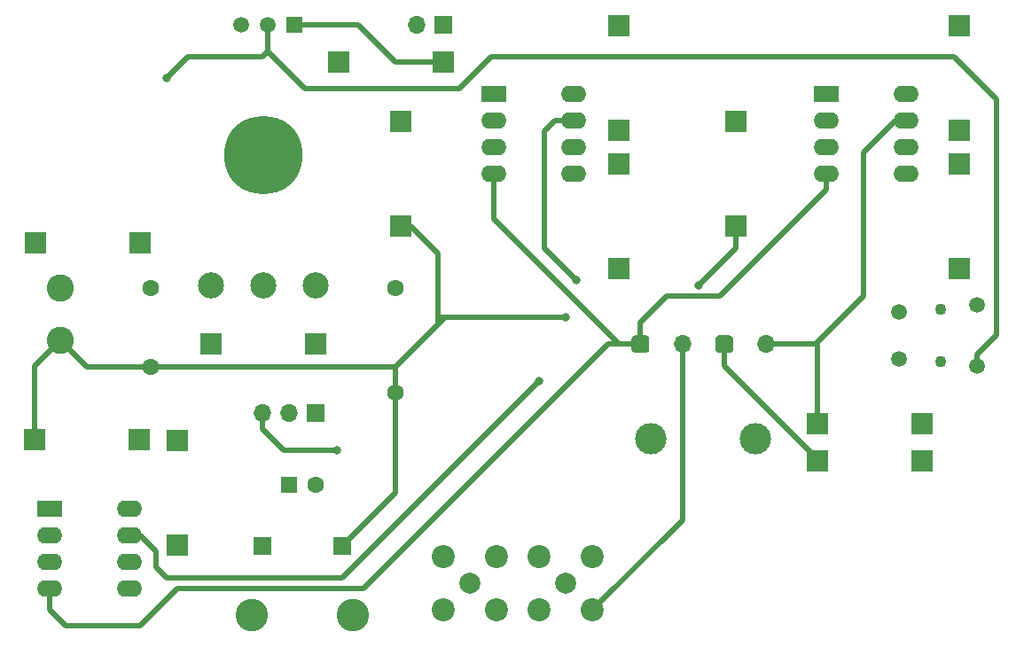
<source format=gbl>
G04 #@! TF.GenerationSoftware,KiCad,Pcbnew,5.1.4*
G04 #@! TF.CreationDate,2019-12-30T21:19:54-05:00*
G04 #@! TF.ProjectId,chua,63687561-2e6b-4696-9361-645f70636258,rev?*
G04 #@! TF.SameCoordinates,Original*
G04 #@! TF.FileFunction,Copper,L2,Bot*
G04 #@! TF.FilePolarity,Positive*
%FSLAX46Y46*%
G04 Gerber Fmt 4.6, Leading zero omitted, Abs format (unit mm)*
G04 Created by KiCad (PCBNEW 5.1.4) date 2019-12-30 21:19:54*
%MOMM*%
%LPD*%
G04 APERTURE LIST*
%ADD10C,1.600000*%
%ADD11C,1.500000*%
%ADD12C,1.100000*%
%ADD13C,3.000000*%
%ADD14O,1.700000X1.700000*%
%ADD15C,0.100000*%
%ADD16C,1.700000*%
%ADD17R,1.700000X1.700000*%
%ADD18C,7.500000*%
%ADD19C,2.500000*%
%ADD20C,2.600000*%
%ADD21R,1.998980X1.998980*%
%ADD22O,2.400000X1.600000*%
%ADD23R,2.400000X1.600000*%
%ADD24R,1.600000X1.600000*%
%ADD25C,2.200000*%
%ADD26C,2.000000*%
%ADD27R,1.520000X1.520000*%
%ADD28C,1.520000*%
%ADD29C,3.100000*%
%ADD30C,0.800000*%
%ADD31C,0.500000*%
%ADD32C,0.250000*%
G04 APERTURE END LIST*
D10*
X166624000Y-57658000D03*
X166624000Y-67658000D03*
D11*
X214672000Y-59926000D03*
X222172000Y-65076000D03*
X222172000Y-59276000D03*
X214672000Y-64426000D03*
D12*
X218672000Y-64676000D03*
X218672000Y-59676000D03*
D13*
X200992000Y-71992000D03*
X190992000Y-71992000D03*
D14*
X201992000Y-62992000D03*
D15*
G36*
X198458657Y-62144046D02*
G01*
X198499913Y-62150166D01*
X198540371Y-62160300D01*
X198579640Y-62174351D01*
X198617344Y-62192183D01*
X198653117Y-62213625D01*
X198686617Y-62238471D01*
X198717520Y-62266480D01*
X198745529Y-62297383D01*
X198770375Y-62330883D01*
X198791817Y-62366656D01*
X198809649Y-62404360D01*
X198823700Y-62443629D01*
X198833834Y-62484087D01*
X198839954Y-62525343D01*
X198842000Y-62567000D01*
X198842000Y-63417000D01*
X198839954Y-63458657D01*
X198833834Y-63499913D01*
X198823700Y-63540371D01*
X198809649Y-63579640D01*
X198791817Y-63617344D01*
X198770375Y-63653117D01*
X198745529Y-63686617D01*
X198717520Y-63717520D01*
X198686617Y-63745529D01*
X198653117Y-63770375D01*
X198617344Y-63791817D01*
X198579640Y-63809649D01*
X198540371Y-63823700D01*
X198499913Y-63833834D01*
X198458657Y-63839954D01*
X198417000Y-63842000D01*
X197567000Y-63842000D01*
X197525343Y-63839954D01*
X197484087Y-63833834D01*
X197443629Y-63823700D01*
X197404360Y-63809649D01*
X197366656Y-63791817D01*
X197330883Y-63770375D01*
X197297383Y-63745529D01*
X197266480Y-63717520D01*
X197238471Y-63686617D01*
X197213625Y-63653117D01*
X197192183Y-63617344D01*
X197174351Y-63579640D01*
X197160300Y-63540371D01*
X197150166Y-63499913D01*
X197144046Y-63458657D01*
X197142000Y-63417000D01*
X197142000Y-62567000D01*
X197144046Y-62525343D01*
X197150166Y-62484087D01*
X197160300Y-62443629D01*
X197174351Y-62404360D01*
X197192183Y-62366656D01*
X197213625Y-62330883D01*
X197238471Y-62297383D01*
X197266480Y-62266480D01*
X197297383Y-62238471D01*
X197330883Y-62213625D01*
X197366656Y-62192183D01*
X197404360Y-62174351D01*
X197443629Y-62160300D01*
X197484087Y-62150166D01*
X197525343Y-62144046D01*
X197567000Y-62142000D01*
X198417000Y-62142000D01*
X198458657Y-62144046D01*
X198458657Y-62144046D01*
G37*
D16*
X197992000Y-62992000D03*
D14*
X193992000Y-62992000D03*
D15*
G36*
X190458657Y-62144046D02*
G01*
X190499913Y-62150166D01*
X190540371Y-62160300D01*
X190579640Y-62174351D01*
X190617344Y-62192183D01*
X190653117Y-62213625D01*
X190686617Y-62238471D01*
X190717520Y-62266480D01*
X190745529Y-62297383D01*
X190770375Y-62330883D01*
X190791817Y-62366656D01*
X190809649Y-62404360D01*
X190823700Y-62443629D01*
X190833834Y-62484087D01*
X190839954Y-62525343D01*
X190842000Y-62567000D01*
X190842000Y-63417000D01*
X190839954Y-63458657D01*
X190833834Y-63499913D01*
X190823700Y-63540371D01*
X190809649Y-63579640D01*
X190791817Y-63617344D01*
X190770375Y-63653117D01*
X190745529Y-63686617D01*
X190717520Y-63717520D01*
X190686617Y-63745529D01*
X190653117Y-63770375D01*
X190617344Y-63791817D01*
X190579640Y-63809649D01*
X190540371Y-63823700D01*
X190499913Y-63833834D01*
X190458657Y-63839954D01*
X190417000Y-63842000D01*
X189567000Y-63842000D01*
X189525343Y-63839954D01*
X189484087Y-63833834D01*
X189443629Y-63823700D01*
X189404360Y-63809649D01*
X189366656Y-63791817D01*
X189330883Y-63770375D01*
X189297383Y-63745529D01*
X189266480Y-63717520D01*
X189238471Y-63686617D01*
X189213625Y-63653117D01*
X189192183Y-63617344D01*
X189174351Y-63579640D01*
X189160300Y-63540371D01*
X189150166Y-63499913D01*
X189144046Y-63458657D01*
X189142000Y-63417000D01*
X189142000Y-62567000D01*
X189144046Y-62525343D01*
X189150166Y-62484087D01*
X189160300Y-62443629D01*
X189174351Y-62404360D01*
X189192183Y-62366656D01*
X189213625Y-62330883D01*
X189238471Y-62297383D01*
X189266480Y-62266480D01*
X189297383Y-62238471D01*
X189330883Y-62213625D01*
X189366656Y-62192183D01*
X189404360Y-62174351D01*
X189443629Y-62160300D01*
X189484087Y-62150166D01*
X189525343Y-62144046D01*
X189567000Y-62142000D01*
X190417000Y-62142000D01*
X190458657Y-62144046D01*
X190458657Y-62144046D01*
G37*
D16*
X189992000Y-62992000D03*
D17*
X161544000Y-82296000D03*
X153924000Y-82296000D03*
D18*
X154004000Y-44904000D03*
D19*
X159004000Y-57404000D03*
X149004000Y-57404000D03*
X154004000Y-57404000D03*
D14*
X153924000Y-69596000D03*
X156464000Y-69596000D03*
D17*
X159004000Y-69596000D03*
D10*
X143256000Y-65158000D03*
X143256000Y-57658000D03*
D20*
X134620000Y-62658000D03*
X134620000Y-57658000D03*
D21*
X167132000Y-41734740D03*
X167132000Y-51737260D03*
X187960000Y-45798740D03*
X187960000Y-55801260D03*
X187960000Y-42593260D03*
X187960000Y-32590740D03*
X199136000Y-51737260D03*
X199136000Y-41734740D03*
X220472000Y-45798740D03*
X220472000Y-55801260D03*
X220472000Y-42593260D03*
X220472000Y-32590740D03*
X132158740Y-72136000D03*
X142161260Y-72136000D03*
X145796000Y-82217260D03*
X145796000Y-72214740D03*
D22*
X183642000Y-39116000D03*
X176022000Y-46736000D03*
X183642000Y-41656000D03*
X176022000Y-44196000D03*
X183642000Y-44196000D03*
X176022000Y-41656000D03*
X183642000Y-46736000D03*
D23*
X176022000Y-39116000D03*
D22*
X215392000Y-39116000D03*
X207772000Y-46736000D03*
X215392000Y-41656000D03*
X207772000Y-44196000D03*
X215392000Y-44196000D03*
X207772000Y-41656000D03*
X215392000Y-46736000D03*
D23*
X207772000Y-39116000D03*
X133604000Y-78740000D03*
D22*
X141224000Y-86360000D03*
X133604000Y-81280000D03*
X141224000Y-83820000D03*
X133604000Y-83820000D03*
X141224000Y-81280000D03*
X133604000Y-86360000D03*
X141224000Y-78740000D03*
D10*
X158964000Y-76454000D03*
D24*
X156464000Y-76454000D03*
D25*
X171196000Y-88392000D03*
X171196000Y-83312000D03*
X176276000Y-83312000D03*
X176276000Y-88392000D03*
D26*
X173736000Y-85852000D03*
D14*
X168656000Y-32512000D03*
D17*
X171196000Y-32512000D03*
D26*
X182880000Y-85852000D03*
D25*
X185420000Y-88392000D03*
X185420000Y-83312000D03*
X180340000Y-83312000D03*
X180340000Y-88392000D03*
D21*
X132237480Y-53340000D03*
X142240000Y-53340000D03*
X216916000Y-70612000D03*
X206913480Y-70612000D03*
X216916000Y-74168000D03*
X206913480Y-74168000D03*
X149001480Y-62992000D03*
X159004000Y-62992000D03*
X171196000Y-36068000D03*
X161193480Y-36068000D03*
D27*
X156972000Y-32512000D03*
D28*
X151892000Y-32512000D03*
X154432000Y-32512000D03*
D29*
X162560000Y-88900000D03*
X152908000Y-88900000D03*
D30*
X182880000Y-60452000D03*
X195580000Y-57404000D03*
X183896000Y-56896000D03*
X180340000Y-66548000D03*
X161036000Y-73152000D03*
X144780000Y-37592000D03*
D31*
X170688000Y-60452000D02*
X182880000Y-60452000D01*
X170688000Y-61094000D02*
X171330000Y-60452000D01*
X199136000Y-53848000D02*
X195580000Y-57404000D01*
X199136000Y-53848000D02*
X199136000Y-51737260D01*
X134620000Y-62658000D02*
X132158740Y-65119260D01*
X132158740Y-65119260D02*
X132158740Y-72136000D01*
X166624000Y-65158000D02*
X166624000Y-77216000D01*
X166624000Y-77216000D02*
X161544000Y-82296000D01*
X166624000Y-65158000D02*
X170688000Y-61094000D01*
X170688000Y-61094000D02*
X170688000Y-60452000D01*
X170688000Y-60452000D02*
X170688000Y-54356000D01*
X170688000Y-54356000D02*
X168069260Y-51737260D01*
D32*
X168069260Y-51737260D02*
X167132000Y-51737260D01*
D31*
X143256000Y-65158000D02*
X166624000Y-65158000D01*
X134620000Y-62658000D02*
X137120000Y-65158000D01*
X137120000Y-65158000D02*
X143256000Y-65158000D01*
X156972000Y-32512000D02*
X163068000Y-32512000D01*
X166624000Y-36068000D02*
X171196000Y-36068000D01*
X163068000Y-32512000D02*
X166624000Y-36068000D01*
D32*
X215392000Y-41656000D02*
X214376000Y-41656000D01*
D31*
X214376000Y-41656000D02*
X211328000Y-44704000D01*
X211328000Y-44704000D02*
X211328000Y-58420000D01*
X211328000Y-58420000D02*
X206756000Y-62992000D01*
X206756000Y-62992000D02*
X201992000Y-62992000D01*
X183896000Y-56896000D02*
X180848000Y-53848000D01*
X180848000Y-53848000D02*
X180848000Y-42672000D01*
X180848000Y-42672000D02*
X181864000Y-41656000D01*
X181864000Y-41656000D02*
X183642000Y-41656000D01*
D32*
X141224000Y-81280000D02*
X142240000Y-81280000D01*
D31*
X142240000Y-81280000D02*
X143764000Y-82804000D01*
X161544000Y-85344000D02*
X180340000Y-66548000D01*
X144780000Y-85344000D02*
X161544000Y-85344000D01*
X143764000Y-84328000D02*
X144780000Y-85344000D01*
X143764000Y-82804000D02*
X143764000Y-84328000D01*
X189992000Y-62992000D02*
X186944000Y-62992000D01*
X186944000Y-62992000D02*
X163576000Y-86360000D01*
X163576000Y-86360000D02*
X145796000Y-86360000D01*
X145796000Y-86360000D02*
X142240000Y-89916000D01*
X142240000Y-89916000D02*
X135128000Y-89916000D01*
X135128000Y-89916000D02*
X133604000Y-88392000D01*
X133604000Y-88392000D02*
X133604000Y-86360000D01*
D32*
X189992000Y-62992000D02*
X187960000Y-62992000D01*
D31*
X187960000Y-62992000D02*
X176022000Y-51054000D01*
X176022000Y-51054000D02*
X176022000Y-46736000D01*
X189992000Y-60960000D02*
X189992000Y-62992000D01*
X192532000Y-58420000D02*
X189992000Y-60960000D01*
X197612000Y-58420000D02*
X192532000Y-58420000D01*
X207772000Y-48260000D02*
X197612000Y-58420000D01*
X193992000Y-79820000D02*
X185420000Y-88392000D01*
X193992000Y-62992000D02*
X193992000Y-79820000D01*
X206913480Y-74168000D02*
X206913480Y-73817480D01*
X197992000Y-65079452D02*
X197992000Y-62992000D01*
X206913480Y-74000932D02*
X197992000Y-65079452D01*
X206913480Y-74168000D02*
X206913480Y-74000932D01*
X161036000Y-73152000D02*
X155956000Y-73152000D01*
X153924000Y-71120000D02*
X153924000Y-69596000D01*
X155956000Y-73152000D02*
X153924000Y-71120000D01*
X206913480Y-63149480D02*
X206913480Y-70612000D01*
X206756000Y-62992000D02*
X206913480Y-63149480D01*
X207772000Y-48260000D02*
X207772000Y-46736000D01*
X154432000Y-35052000D02*
X154432000Y-32512000D01*
X153924000Y-35560000D02*
X154432000Y-35052000D01*
X146812000Y-35560000D02*
X153924000Y-35560000D01*
X144780000Y-37592000D02*
X146812000Y-35560000D01*
X157988000Y-38608000D02*
X154432000Y-35052000D01*
X175768000Y-35560000D02*
X172720000Y-38608000D01*
X172720000Y-38608000D02*
X157988000Y-38608000D01*
X222172000Y-64015340D02*
X224028000Y-62159340D01*
X219964000Y-35560000D02*
X175768000Y-35560000D01*
X222172000Y-65076000D02*
X222172000Y-64015340D01*
X224028000Y-62159340D02*
X224028000Y-39624000D01*
X224028000Y-39624000D02*
X219964000Y-35560000D01*
M02*

</source>
